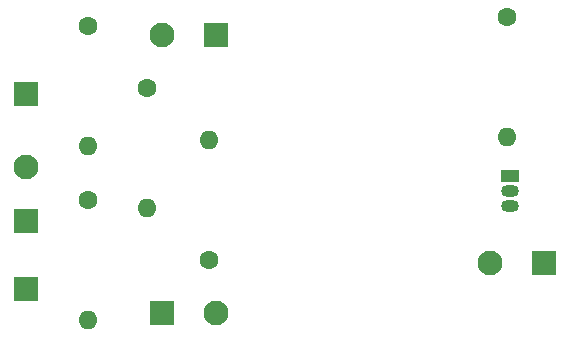
<source format=gbr>
%TF.GenerationSoftware,KiCad,Pcbnew,8.0.7*%
%TF.CreationDate,2025-01-13T17:44:50+00:00*%
%TF.ProjectId,TapeDispenser,54617065-4469-4737-9065-6e7365722e6b,rev?*%
%TF.SameCoordinates,Original*%
%TF.FileFunction,Copper,L2,Bot*%
%TF.FilePolarity,Positive*%
%FSLAX46Y46*%
G04 Gerber Fmt 4.6, Leading zero omitted, Abs format (unit mm)*
G04 Created by KiCad (PCBNEW 8.0.7) date 2025-01-13 17:44:50*
%MOMM*%
%LPD*%
G01*
G04 APERTURE LIST*
G04 Aperture macros list*
%AMRoundRect*
0 Rectangle with rounded corners*
0 $1 Rounding radius*
0 $2 $3 $4 $5 $6 $7 $8 $9 X,Y pos of 4 corners*
0 Add a 4 corners polygon primitive as box body*
4,1,4,$2,$3,$4,$5,$6,$7,$8,$9,$2,$3,0*
0 Add four circle primitives for the rounded corners*
1,1,$1+$1,$2,$3*
1,1,$1+$1,$4,$5*
1,1,$1+$1,$6,$7*
1,1,$1+$1,$8,$9*
0 Add four rect primitives between the rounded corners*
20,1,$1+$1,$2,$3,$4,$5,0*
20,1,$1+$1,$4,$5,$6,$7,0*
20,1,$1+$1,$6,$7,$8,$9,0*
20,1,$1+$1,$8,$9,$2,$3,0*%
G04 Aperture macros list end*
%TA.AperFunction,ComponentPad*%
%ADD10RoundRect,0.250001X0.799999X0.799999X-0.799999X0.799999X-0.799999X-0.799999X0.799999X-0.799999X0*%
%TD*%
%TA.AperFunction,ComponentPad*%
%ADD11C,2.100000*%
%TD*%
%TA.AperFunction,ComponentPad*%
%ADD12RoundRect,0.250001X-0.799999X-0.799999X0.799999X-0.799999X0.799999X0.799999X-0.799999X0.799999X0*%
%TD*%
%TA.AperFunction,ComponentPad*%
%ADD13RoundRect,0.250001X0.799999X-0.799999X0.799999X0.799999X-0.799999X0.799999X-0.799999X-0.799999X0*%
%TD*%
%TA.AperFunction,ComponentPad*%
%ADD14R,1.500000X1.050000*%
%TD*%
%TA.AperFunction,ComponentPad*%
%ADD15O,1.500000X1.050000*%
%TD*%
%TA.AperFunction,ComponentPad*%
%ADD16C,1.600000*%
%TD*%
%TA.AperFunction,ComponentPad*%
%ADD17O,1.600000X1.600000*%
%TD*%
G04 APERTURE END LIST*
D10*
%TO.P,LS1,1,1*%
%TO.N,Net-(Q1-E)*%
X150100000Y-80000000D03*
D11*
%TO.P,LS1,2,2*%
%TO.N,Net-(D3-K)*%
X145500000Y-80000000D03*
%TD*%
D12*
%TO.P,J2,1,Pin_1*%
%TO.N,Net-(D1-K)*%
X106250000Y-65750000D03*
%TD*%
%TO.P,J1,1,Pin_1*%
%TO.N,Net-(D3-K)*%
X106250000Y-82250000D03*
%TD*%
D13*
%TO.P,D3,1,K*%
%TO.N,Net-(D3-K)*%
X106250000Y-76500000D03*
D11*
%TO.P,D3,2,A*%
%TO.N,Net-(D3-A)*%
X106250000Y-71900000D03*
%TD*%
D12*
%TO.P,D2,1,K*%
%TO.N,Net-(D2-K)*%
X117750000Y-84250000D03*
D11*
%TO.P,D2,2,A*%
%TO.N,Net-(D1-K)*%
X122350000Y-84250000D03*
%TD*%
D10*
%TO.P,D1,1,K*%
%TO.N,Net-(D1-K)*%
X122350000Y-60750000D03*
D11*
%TO.P,D1,2,A*%
%TO.N,Net-(D1-A)*%
X117750000Y-60750000D03*
%TD*%
D14*
%TO.P,Q1,1,E*%
%TO.N,Net-(Q1-E)*%
X147250000Y-72710000D03*
D15*
%TO.P,Q1,2,B*%
%TO.N,Net-(Q1-B)*%
X147250000Y-73980000D03*
%TO.P,Q1,3,C*%
%TO.N,Net-(D1-K)*%
X147250000Y-75250000D03*
%TD*%
D16*
%TO.P,R4,1*%
%TO.N,Net-(U1-ADC)*%
X116500000Y-65250000D03*
D17*
%TO.P,R4,2*%
%TO.N,Net-(D3-K)*%
X116500000Y-75410000D03*
%TD*%
D16*
%TO.P,R2,1*%
%TO.N,Net-(D2-K)*%
X111500000Y-74750000D03*
D17*
%TO.P,R2,2*%
%TO.N,Net-(D3-K)*%
X111500000Y-84910000D03*
%TD*%
D16*
%TO.P,R3,1*%
%TO.N,Net-(D1-A)*%
X111500000Y-60000000D03*
D17*
%TO.P,R3,2*%
%TO.N,Net-(U1-ADC)*%
X111500000Y-70160000D03*
%TD*%
D16*
%TO.P,R5,1*%
%TO.N,Net-(D3-A)*%
X121750000Y-79750000D03*
D17*
%TO.P,R5,2*%
%TO.N,Net-(U1-GPIO14)*%
X121750000Y-69590000D03*
%TD*%
D16*
%TO.P,R1,1*%
%TO.N,Net-(U1-GPIO3{slash}RXD)*%
X147000000Y-59250000D03*
D17*
%TO.P,R1,2*%
%TO.N,Net-(Q1-B)*%
X147000000Y-69410000D03*
%TD*%
M02*

</source>
